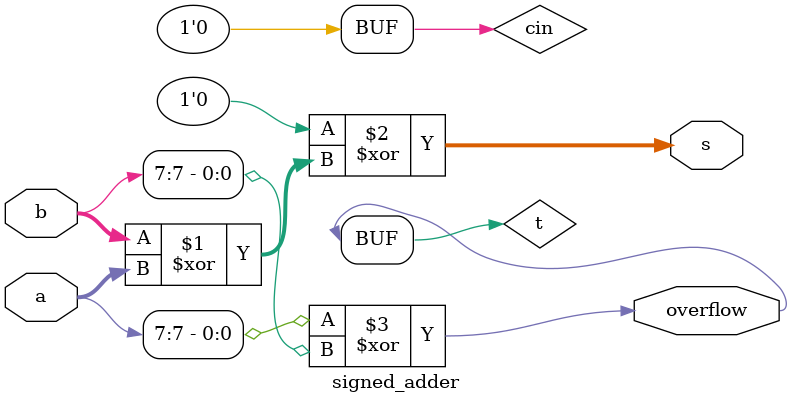
<source format=v>

module signed_adder(input [7:0] a,
    input [7:0] b,
    output [7:0] s,
    output overflow
); 

// The numbers a and b are added to the output s. 
// assign the occurence of the signed overflow of a and b to the output overflow.
// a signed overflow occurs if the most significant bits of a and b are low and the most significant bit of s is high
// a signed overflow may also occur if the most significant bits of a and b are high and the most significant bit of s is low


wire cin = 1'b0;
assign s = cin ^ (b ^ a); // s = b XOR a XOR cin
wire t; // temporary wire

assign t = a[7] ^ b[7]; // t = a MSB ^ b MSB
assign overflow = cin | t; // overflow = cin OR t
// overflow is HIGH only if the two most significant bits of both numbers are HIGH and the sign bit of s is also HIGH


endmodule

</source>
